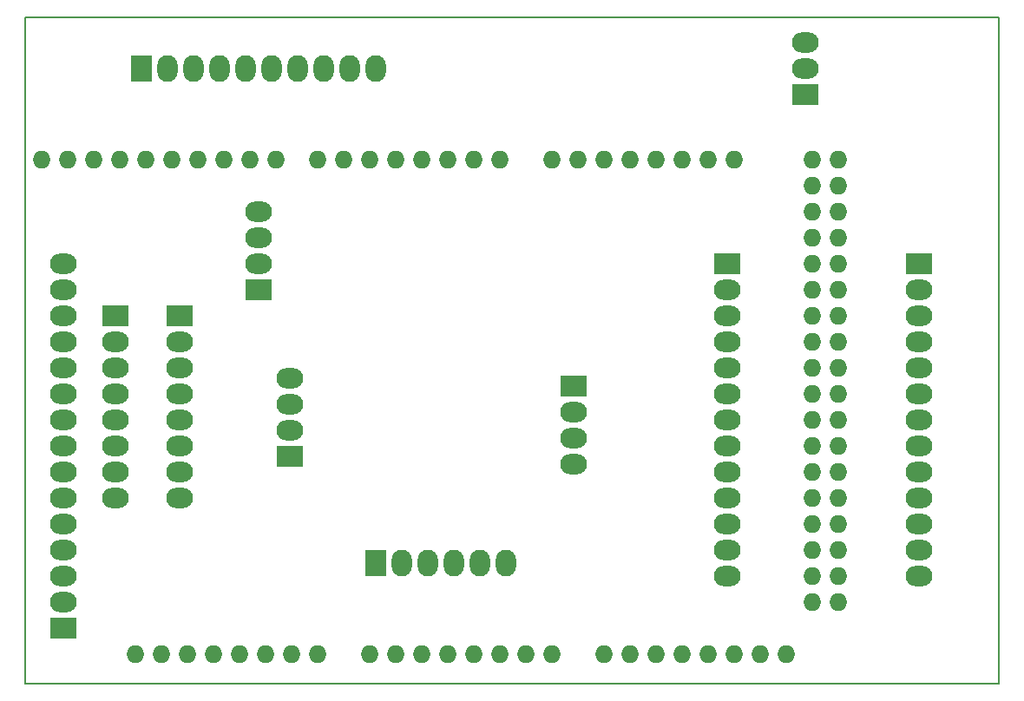
<source format=gbr>
G04 #@! TF.GenerationSoftware,KiCad,Pcbnew,5.0.2-bee76a0~70~ubuntu18.04.1*
G04 #@! TF.CreationDate,2020-07-29T14:57:40+02:00*
G04 #@! TF.ProjectId,stator_controller,73746174-6f72-45f6-936f-6e74726f6c6c,rev?*
G04 #@! TF.SameCoordinates,PX66ff300PY8583b00*
G04 #@! TF.FileFunction,Copper,L2,Bot*
G04 #@! TF.FilePolarity,Positive*
%FSLAX46Y46*%
G04 Gerber Fmt 4.6, Leading zero omitted, Abs format (unit mm)*
G04 Created by KiCad (PCBNEW 5.0.2-bee76a0~70~ubuntu18.04.1) date ons 29 jul 2020 14:57:40*
%MOMM*%
%LPD*%
G01*
G04 APERTURE LIST*
G04 #@! TA.AperFunction,NonConductor*
%ADD10C,0.150000*%
G04 #@! TD*
G04 #@! TA.AperFunction,ComponentPad*
%ADD11O,1.727200X1.727200*%
G04 #@! TD*
G04 #@! TA.AperFunction,ComponentPad*
%ADD12R,2.600000X2.000000*%
G04 #@! TD*
G04 #@! TA.AperFunction,ComponentPad*
%ADD13O,2.600000X2.000000*%
G04 #@! TD*
G04 #@! TA.AperFunction,ComponentPad*
%ADD14O,2.000000X2.600000*%
G04 #@! TD*
G04 #@! TA.AperFunction,ComponentPad*
%ADD15R,2.000000X2.600000*%
G04 #@! TD*
G04 APERTURE END LIST*
D10*
X95000000Y65000000D02*
X95000000Y0D01*
X0Y65000000D02*
X95000000Y65000000D01*
X0Y0D02*
X0Y65000000D01*
X95000000Y0D02*
X0Y0D01*
D11*
G04 #@! TO.P,XA1,GND6*
G04 #@! TO.N,GND*
X79325000Y7920000D03*
G04 #@! TO.P,XA1,GND5*
X76785000Y7920000D03*
G04 #@! TO.P,XA1,D53*
G04 #@! TO.N,Net-(R56-Pad2)*
X79325000Y10460000D03*
G04 #@! TO.P,XA1,D52*
G04 #@! TO.N,Net-(R48-Pad2)*
X76785000Y10460000D03*
G04 #@! TO.P,XA1,D51*
G04 #@! TO.N,Net-(R47-Pad2)*
X79325000Y13000000D03*
G04 #@! TO.P,XA1,D50*
G04 #@! TO.N,Net-(R46-Pad2)*
X76785000Y13000000D03*
G04 #@! TO.P,XA1,D49*
G04 #@! TO.N,Net-(R45-Pad2)*
X79325000Y15540000D03*
G04 #@! TO.P,XA1,D48*
G04 #@! TO.N,Net-(R44-Pad2)*
X76785000Y15540000D03*
G04 #@! TO.P,XA1,D47*
G04 #@! TO.N,Net-(R43-Pad2)*
X79325000Y18080000D03*
G04 #@! TO.P,XA1,D46*
G04 #@! TO.N,Net-(R42-Pad2)*
X76785000Y18080000D03*
G04 #@! TO.P,XA1,D45*
G04 #@! TO.N,Net-(R41-Pad2)*
X79325000Y20620000D03*
G04 #@! TO.P,XA1,D44*
G04 #@! TO.N,Net-(R98-Pad2)*
X76785000Y20620000D03*
G04 #@! TO.P,XA1,D43*
G04 #@! TO.N,Net-(R40-Pad2)*
X79325000Y23160000D03*
G04 #@! TO.P,XA1,D42*
G04 #@! TO.N,Net-(R39-Pad2)*
X76785000Y23160000D03*
G04 #@! TO.P,XA1,D41*
G04 #@! TO.N,Net-(R38-Pad2)*
X79325000Y25700000D03*
G04 #@! TO.P,XA1,D40*
G04 #@! TO.N,Net-(R37-Pad2)*
X76785000Y25700000D03*
G04 #@! TO.P,XA1,D39*
G04 #@! TO.N,Net-(R36-Pad2)*
X79325000Y28240000D03*
G04 #@! TO.P,XA1,D38*
G04 #@! TO.N,Net-(R35-Pad2)*
X76785000Y28240000D03*
G04 #@! TO.P,XA1,D37*
G04 #@! TO.N,Net-(R34-Pad2)*
X79325000Y30780000D03*
G04 #@! TO.P,XA1,D36*
G04 #@! TO.N,Net-(R33-Pad2)*
X76785000Y30780000D03*
G04 #@! TO.P,XA1,D35*
G04 #@! TO.N,Net-(R32-Pad2)*
X79325000Y33320000D03*
G04 #@! TO.P,XA1,D34*
G04 #@! TO.N,Net-(R31-Pad2)*
X76785000Y33320000D03*
G04 #@! TO.P,XA1,D33*
G04 #@! TO.N,Net-(XA1-PadD33)*
X79325000Y35860000D03*
G04 #@! TO.P,XA1,D32*
G04 #@! TO.N,Net-(XA1-PadD32)*
X76785000Y35860000D03*
G04 #@! TO.P,XA1,D31*
G04 #@! TO.N,Net-(XA1-PadD31)*
X79325000Y38400000D03*
G04 #@! TO.P,XA1,D30*
G04 #@! TO.N,Net-(XA1-PadD30)*
X76785000Y38400000D03*
G04 #@! TO.P,XA1,D29*
G04 #@! TO.N,Net-(XA1-PadD29)*
X79325000Y40940000D03*
G04 #@! TO.P,XA1,D28*
G04 #@! TO.N,Net-(XA1-PadD28)*
X76785000Y40940000D03*
G04 #@! TO.P,XA1,D27*
G04 #@! TO.N,Net-(XA1-PadD27)*
X79325000Y43480000D03*
G04 #@! TO.P,XA1,D26*
G04 #@! TO.N,Net-(XA1-PadD26)*
X76785000Y43480000D03*
G04 #@! TO.P,XA1,D25*
G04 #@! TO.N,Net-(XA1-PadD25)*
X79325000Y46020000D03*
G04 #@! TO.P,XA1,D24*
G04 #@! TO.N,Net-(XA1-PadD24)*
X76785000Y46020000D03*
G04 #@! TO.P,XA1,D23*
G04 #@! TO.N,Net-(XA1-PadD23)*
X79325000Y48560000D03*
G04 #@! TO.P,XA1,D22*
G04 #@! TO.N,Net-(XA1-PadD22)*
X76785000Y48560000D03*
G04 #@! TO.P,XA1,5V4*
G04 #@! TO.N,+5V*
X79325000Y51100000D03*
G04 #@! TO.P,XA1,5V3*
X76785000Y51100000D03*
G04 #@! TO.P,XA1,A15*
G04 #@! TO.N,Net-(XA1-PadA15)*
X74245000Y2840000D03*
G04 #@! TO.P,XA1,A14*
G04 #@! TO.N,Net-(XA1-PadA14)*
X71705000Y2840000D03*
G04 #@! TO.P,XA1,A13*
G04 #@! TO.N,Net-(XA1-PadA13)*
X69165000Y2840000D03*
G04 #@! TO.P,XA1,A12*
G04 #@! TO.N,Net-(XA1-PadA12)*
X66625000Y2840000D03*
G04 #@! TO.P,XA1,A11*
G04 #@! TO.N,Net-(XA1-PadA11)*
X64085000Y2840000D03*
G04 #@! TO.P,XA1,A10*
G04 #@! TO.N,Net-(XA1-PadA10)*
X61545000Y2840000D03*
G04 #@! TO.P,XA1,A9*
G04 #@! TO.N,Net-(XA1-PadA9)*
X59005000Y2840000D03*
G04 #@! TO.P,XA1,A8*
G04 #@! TO.N,Net-(XA1-PadA8)*
X56465000Y2840000D03*
G04 #@! TO.P,XA1,A7*
G04 #@! TO.N,Net-(XA1-PadA7)*
X51385000Y2840000D03*
G04 #@! TO.P,XA1,A6*
G04 #@! TO.N,Net-(XA1-PadA6)*
X48845000Y2840000D03*
G04 #@! TO.P,XA1,A5*
G04 #@! TO.N,Net-(R26-Pad2)*
X46305000Y2840000D03*
G04 #@! TO.P,XA1,A4*
G04 #@! TO.N,Net-(R27-Pad2)*
X43765000Y2840000D03*
G04 #@! TO.P,XA1,A3*
G04 #@! TO.N,Net-(R28-Pad2)*
X41225000Y2840000D03*
G04 #@! TO.P,XA1,A2*
G04 #@! TO.N,Net-(R29-Pad2)*
X38685000Y2840000D03*
G04 #@! TO.P,XA1,A1*
G04 #@! TO.N,Net-(R30-Pad2)*
X36145000Y2840000D03*
G04 #@! TO.P,XA1,*
G04 #@! TO.N,*
X10745000Y2840000D03*
G04 #@! TO.P,XA1,D11*
G04 #@! TO.N,Net-(R17-Pad2)*
X16841000Y51100000D03*
G04 #@! TO.P,XA1,D12*
G04 #@! TO.N,Net-(R18-Pad2)*
X14301000Y51100000D03*
G04 #@! TO.P,XA1,D13*
G04 #@! TO.N,Net-(R3-Pad2)*
X11761000Y51100000D03*
G04 #@! TO.P,XA1,AREF*
G04 #@! TO.N,Net-(XA1-PadAREF)*
X6681000Y51100000D03*
G04 #@! TO.P,XA1,SDA*
G04 #@! TO.N,Net-(XA1-PadSDA)*
X4141000Y51100000D03*
G04 #@! TO.P,XA1,SCL*
G04 #@! TO.N,Net-(XA1-PadSCL)*
X1601000Y51100000D03*
G04 #@! TO.P,XA1,D10*
G04 #@! TO.N,Net-(R16-Pad2)*
X19381000Y51100000D03*
G04 #@! TO.P,XA1,D9*
G04 #@! TO.N,Net-(R15-Pad2)*
X21921000Y51100000D03*
G04 #@! TO.P,XA1,D8*
G04 #@! TO.N,Net-(R14-Pad2)*
X24461000Y51100000D03*
G04 #@! TO.P,XA1,GND1*
G04 #@! TO.N,GND*
X9221000Y51100000D03*
G04 #@! TO.P,XA1,D7*
G04 #@! TO.N,Net-(R13-Pad2)*
X28525000Y51100000D03*
G04 #@! TO.P,XA1,D6*
G04 #@! TO.N,Net-(R12-Pad2)*
X31065000Y51100000D03*
G04 #@! TO.P,XA1,D5*
G04 #@! TO.N,Net-(R11-Pad2)*
X33605000Y51100000D03*
G04 #@! TO.P,XA1,D4*
G04 #@! TO.N,Net-(R10-Pad2)*
X36145000Y51100000D03*
G04 #@! TO.P,XA1,D3*
G04 #@! TO.N,/HS2_SE*
X38685000Y51100000D03*
G04 #@! TO.P,XA1,D2*
G04 #@! TO.N,/CAL_TRIG*
X41225000Y51100000D03*
G04 #@! TO.P,XA1,D1*
G04 #@! TO.N,Net-(XA1-PadD1)*
X43765000Y51100000D03*
G04 #@! TO.P,XA1,D0*
G04 #@! TO.N,Net-(XA1-PadD0)*
X46305000Y51100000D03*
G04 #@! TO.P,XA1,D14*
G04 #@! TO.N,Net-(R19-Pad2)*
X51385000Y51100000D03*
G04 #@! TO.P,XA1,D15*
G04 #@! TO.N,Net-(R1-Pad1)*
X53925000Y51100000D03*
G04 #@! TO.P,XA1,D16*
G04 #@! TO.N,Net-(XA1-PadD16)*
X56465000Y51100000D03*
G04 #@! TO.P,XA1,D17*
G04 #@! TO.N,Net-(XA1-PadD17)*
X59005000Y51100000D03*
G04 #@! TO.P,XA1,D18*
G04 #@! TO.N,/HS1_SE*
X61545000Y51100000D03*
G04 #@! TO.P,XA1,D19*
G04 #@! TO.N,/LS1_SE*
X64085000Y51100000D03*
G04 #@! TO.P,XA1,D20*
G04 #@! TO.N,/LS2_SE*
X66625000Y51100000D03*
G04 #@! TO.P,XA1,D21*
G04 #@! TO.N,Net-(R2-Pad2)*
X69165000Y51100000D03*
G04 #@! TO.P,XA1,IORF*
G04 #@! TO.N,Net-(XA1-PadIORF)*
X13285000Y2840000D03*
G04 #@! TO.P,XA1,RST1*
G04 #@! TO.N,Net-(XA1-PadRST1)*
X15825000Y2840000D03*
G04 #@! TO.P,XA1,3V3*
G04 #@! TO.N,Net-(XA1-Pad3V3)*
X18365000Y2840000D03*
G04 #@! TO.P,XA1,5V1*
G04 #@! TO.N,Net-(XA1-Pad5V1)*
X20905000Y2840000D03*
G04 #@! TO.P,XA1,GND2*
G04 #@! TO.N,GND*
X23445000Y2840000D03*
G04 #@! TO.P,XA1,GND3*
X25985000Y2840000D03*
G04 #@! TO.P,XA1,VIN*
G04 #@! TO.N,VDD*
X28525000Y2840000D03*
G04 #@! TO.P,XA1,A0*
G04 #@! TO.N,Net-(R57-Pad2)*
X33605000Y2840000D03*
G04 #@! TD*
D12*
G04 #@! TO.P,J1,1*
G04 #@! TO.N,VDD*
X68530000Y40940000D03*
D13*
G04 #@! TO.P,J1,2*
G04 #@! TO.N,Net-(J1-Pad2)*
X68530000Y38400000D03*
G04 #@! TO.P,J1,3*
G04 #@! TO.N,GND*
X68530000Y35860000D03*
G04 #@! TO.P,J1,4*
G04 #@! TO.N,Net-(J1-Pad4)*
X68530000Y33320000D03*
G04 #@! TO.P,J1,5*
G04 #@! TO.N,/SYNC_LO_LO*
X68530000Y30780000D03*
G04 #@! TO.P,J1,6*
G04 #@! TO.N,/CE_LO_LO*
X68530000Y28240000D03*
G04 #@! TO.P,J1,7*
G04 #@! TO.N,/RAMPDIR_LO_LO*
X68530000Y25700000D03*
G04 #@! TO.P,J1,8*
G04 #@! TO.N,/RAMPCLK_LO_LO*
X68530000Y23160000D03*
G04 #@! TO.P,J1,9*
G04 #@! TO.N,/SCK_LO_LO*
X68530000Y20620000D03*
G04 #@! TO.P,J1,10*
G04 #@! TO.N,/SDI_LO_LO*
X68530000Y18080000D03*
G04 #@! TO.P,J1,11*
G04 #@! TO.N,/MUX_LO_LO*
X68530000Y15540000D03*
G04 #@! TO.P,J1,12*
G04 #@! TO.N,/CSB_LO_LO*
X68530000Y13000000D03*
G04 #@! TO.P,J1,13*
G04 #@! TO.N,/SYSREFREQ_LO_LO*
X68530000Y10460000D03*
G04 #@! TD*
G04 #@! TO.P,J2,13*
G04 #@! TO.N,/SYSREFREQ_LO_HI*
X87199000Y10460000D03*
G04 #@! TO.P,J2,12*
G04 #@! TO.N,/CSB_LO_HI*
X87199000Y13000000D03*
G04 #@! TO.P,J2,11*
G04 #@! TO.N,/MUX_LO_HI*
X87199000Y15540000D03*
G04 #@! TO.P,J2,10*
G04 #@! TO.N,/SDI_LO_HI*
X87199000Y18080000D03*
G04 #@! TO.P,J2,9*
G04 #@! TO.N,/SCK_LO_HI*
X87199000Y20620000D03*
G04 #@! TO.P,J2,8*
G04 #@! TO.N,/RAMPCLK_LO_HI*
X87199000Y23160000D03*
G04 #@! TO.P,J2,7*
G04 #@! TO.N,/RAMPDIR_LO_HI*
X87199000Y25700000D03*
G04 #@! TO.P,J2,6*
G04 #@! TO.N,/CE_LO_HI*
X87199000Y28240000D03*
G04 #@! TO.P,J2,5*
G04 #@! TO.N,/SYNC_LO_HI*
X87199000Y30780000D03*
G04 #@! TO.P,J2,4*
G04 #@! TO.N,Net-(J2-Pad4)*
X87199000Y33320000D03*
G04 #@! TO.P,J2,3*
G04 #@! TO.N,GND*
X87199000Y35860000D03*
G04 #@! TO.P,J2,2*
G04 #@! TO.N,Net-(J2-Pad2)*
X87199000Y38400000D03*
D12*
G04 #@! TO.P,J2,1*
G04 #@! TO.N,/11V_IN_HI*
X87199000Y40940000D03*
G04 #@! TD*
D13*
G04 #@! TO.P,J3,3*
G04 #@! TO.N,GND*
X76150000Y62530000D03*
G04 #@! TO.P,J3,2*
G04 #@! TO.N,Net-(J3-Pad2)*
X76150000Y59990000D03*
D12*
G04 #@! TO.P,J3,1*
G04 #@! TO.N,+5V*
X76150000Y57450000D03*
G04 #@! TD*
G04 #@! TO.P,J5,1*
G04 #@! TO.N,/~HS2*
X25858000Y22144000D03*
D13*
G04 #@! TO.P,J5,2*
G04 #@! TO.N,/HS2*
X25858000Y24684000D03*
G04 #@! TO.P,J5,3*
G04 #@! TO.N,/~HS1*
X25858000Y27224000D03*
G04 #@! TO.P,J5,4*
G04 #@! TO.N,/HS1*
X25858000Y29764000D03*
G04 #@! TD*
G04 #@! TO.P,J6,4*
G04 #@! TO.N,/LS1*
X53544000Y21382000D03*
G04 #@! TO.P,J6,3*
G04 #@! TO.N,/~LS1*
X53544000Y23922000D03*
G04 #@! TO.P,J6,2*
G04 #@! TO.N,/LS2*
X53544000Y26462000D03*
D12*
G04 #@! TO.P,J6,1*
G04 #@! TO.N,/~LS2*
X53544000Y29002000D03*
G04 #@! TD*
D14*
G04 #@! TO.P,J7,10*
G04 #@! TO.N,/G_LO*
X34240000Y59990000D03*
G04 #@! TO.P,J7,9*
G04 #@! TO.N,/~G_LO*
X31700000Y59990000D03*
G04 #@! TO.P,J7,8*
G04 #@! TO.N,/BL_LO*
X29160000Y59990000D03*
G04 #@! TO.P,J7,7*
G04 #@! TO.N,/~BL_LO*
X26620000Y59990000D03*
G04 #@! TO.P,J7,6*
G04 #@! TO.N,/LRU1*
X24080000Y59990000D03*
G04 #@! TO.P,J7,5*
G04 #@! TO.N,/~LRU1*
X21540000Y59990000D03*
G04 #@! TO.P,J7,4*
G04 #@! TO.N,/LRU2*
X19000000Y59990000D03*
G04 #@! TO.P,J7,3*
G04 #@! TO.N,/~LRU2*
X16460000Y59990000D03*
G04 #@! TO.P,J7,2*
G04 #@! TO.N,/BT*
X13920000Y59990000D03*
D15*
G04 #@! TO.P,J7,1*
G04 #@! TO.N,/~BT*
X11380000Y59990000D03*
G04 #@! TD*
D14*
G04 #@! TO.P,J9,6*
G04 #@! TO.N,/G_HI*
X46940000Y11730000D03*
G04 #@! TO.P,J9,5*
G04 #@! TO.N,/~G_HI*
X44400000Y11730000D03*
G04 #@! TO.P,J9,4*
G04 #@! TO.N,/BL_HI*
X41860000Y11730000D03*
G04 #@! TO.P,J9,3*
G04 #@! TO.N,/~BL_HI*
X39320000Y11730000D03*
G04 #@! TO.P,J9,2*
G04 #@! TO.N,/HRU*
X36780000Y11730000D03*
D15*
G04 #@! TO.P,J9,1*
G04 #@! TO.N,/~HRU*
X34240000Y11730000D03*
G04 #@! TD*
D13*
G04 #@! TO.P,J8,8*
G04 #@! TO.N,GND*
X8840000Y18080000D03*
G04 #@! TO.P,J8,7*
G04 #@! TO.N,/8V_IN_LO*
X8840000Y20620000D03*
G04 #@! TO.P,J8,6*
G04 #@! TO.N,GND*
X8840000Y23160000D03*
G04 #@! TO.P,J8,5*
G04 #@! TO.N,/-8V_IN*
X8840000Y25700000D03*
G04 #@! TO.P,J8,4*
G04 #@! TO.N,GND*
X8840000Y28240000D03*
G04 #@! TO.P,J8,3*
G04 #@! TO.N,/-18V_IN*
X8840000Y30780000D03*
G04 #@! TO.P,J8,2*
G04 #@! TO.N,GND*
X8840000Y33320000D03*
D12*
G04 #@! TO.P,J8,1*
G04 #@! TO.N,/18V_IN_LO*
X8840000Y35860000D03*
G04 #@! TD*
D13*
G04 #@! TO.P,J10,8*
G04 #@! TO.N,GND*
X15063000Y18080000D03*
G04 #@! TO.P,J10,7*
G04 #@! TO.N,/8V_IN_HI*
X15063000Y20620000D03*
G04 #@! TO.P,J10,6*
G04 #@! TO.N,GND*
X15063000Y23160000D03*
G04 #@! TO.P,J10,5*
G04 #@! TO.N,/-8V_IN*
X15063000Y25700000D03*
G04 #@! TO.P,J10,4*
G04 #@! TO.N,GND*
X15063000Y28240000D03*
G04 #@! TO.P,J10,3*
G04 #@! TO.N,/-18V_IN*
X15063000Y30780000D03*
G04 #@! TO.P,J10,2*
G04 #@! TO.N,GND*
X15063000Y33320000D03*
D12*
G04 #@! TO.P,J10,1*
G04 #@! TO.N,/18V_IN_HI*
X15063000Y35860000D03*
G04 #@! TD*
D13*
G04 #@! TO.P,J11,4*
G04 #@! TO.N,/TACH*
X22810000Y46020000D03*
G04 #@! TO.P,J11,3*
G04 #@! TO.N,/FAN_PWM*
X22810000Y43480000D03*
G04 #@! TO.P,J11,2*
G04 #@! TO.N,/18V_IN_HI*
X22810000Y40940000D03*
D12*
G04 #@! TO.P,J11,1*
G04 #@! TO.N,GND*
X22810000Y38400000D03*
G04 #@! TD*
D13*
G04 #@! TO.P,J4,15*
G04 #@! TO.N,/18V_IN_HI*
X3760000Y40940000D03*
G04 #@! TO.P,J4,14*
G04 #@! TO.N,GND*
X3760000Y38400000D03*
G04 #@! TO.P,J4,13*
G04 #@! TO.N,/18V_IN_LO*
X3760000Y35860000D03*
G04 #@! TO.P,J4,12*
G04 #@! TO.N,GND*
X3760000Y33320000D03*
G04 #@! TO.P,J4,11*
G04 #@! TO.N,/-18V_IN*
X3760000Y30780000D03*
G04 #@! TO.P,J4,10*
G04 #@! TO.N,GND*
X3760000Y28240000D03*
G04 #@! TO.P,J4,9*
G04 #@! TO.N,/-8V_IN*
X3760000Y25700000D03*
G04 #@! TO.P,J4,8*
G04 #@! TO.N,GND*
X3760000Y23160000D03*
G04 #@! TO.P,J4,7*
G04 #@! TO.N,/8V_IN_LO*
X3760000Y20620000D03*
G04 #@! TO.P,J4,6*
G04 #@! TO.N,GND*
X3760000Y18080000D03*
G04 #@! TO.P,J4,5*
G04 #@! TO.N,/8V_IN_HI*
X3760000Y15540000D03*
G04 #@! TO.P,J4,4*
G04 #@! TO.N,GND*
X3760000Y13000000D03*
G04 #@! TO.P,J4,3*
G04 #@! TO.N,VDD*
X3760000Y10460000D03*
G04 #@! TO.P,J4,2*
G04 #@! TO.N,GND*
X3760000Y7920000D03*
D12*
G04 #@! TO.P,J4,1*
G04 #@! TO.N,/11V_IN_HI*
X3760000Y5380000D03*
G04 #@! TD*
M02*

</source>
